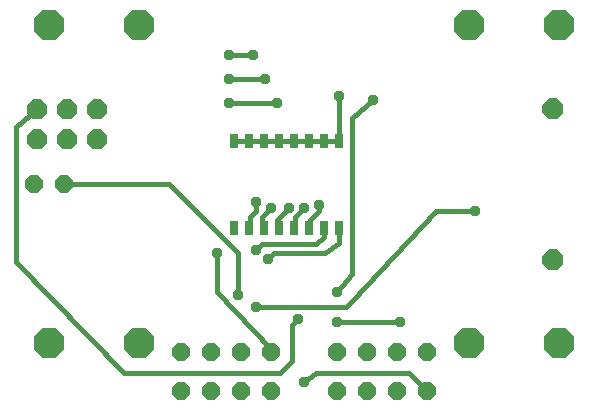
<source format=gbl>
G75*
%MOIN*%
%OFA0B0*%
%FSLAX25Y25*%
%IPPOS*%
%LPD*%
%AMOC8*
5,1,8,0,0,1.08239X$1,22.5*
%
%ADD10OC8,0.06000*%
%ADD11OC8,0.10050*%
%ADD12OC8,0.06600*%
%ADD13OC8,0.07000*%
%ADD14R,0.03000X0.05000*%
%ADD15C,0.01600*%
%ADD16OC8,0.03562*%
%ADD17C,0.01200*%
D10*
X0061800Y0013800D03*
X0071800Y0013800D03*
X0081800Y0013800D03*
X0091800Y0013800D03*
X0091800Y0026800D03*
X0081800Y0026800D03*
X0071800Y0026800D03*
X0061800Y0026800D03*
X0113800Y0026800D03*
X0123800Y0026800D03*
X0133800Y0026800D03*
X0143800Y0026800D03*
X0143800Y0013800D03*
X0133800Y0013800D03*
X0123800Y0013800D03*
X0113800Y0013800D03*
X0022800Y0082800D03*
X0012800Y0082800D03*
D11*
X0017800Y0029800D03*
X0047800Y0029800D03*
X0157800Y0029800D03*
X0187800Y0029800D03*
X0187800Y0135800D03*
X0157800Y0135800D03*
X0047800Y0135800D03*
X0017800Y0135800D03*
D12*
X0013800Y0107800D03*
X0013800Y0097800D03*
X0023800Y0097800D03*
X0023800Y0107800D03*
X0033800Y0107800D03*
X0033800Y0097800D03*
D13*
X0185800Y0107997D03*
X0185800Y0057603D03*
D14*
X0114300Y0068233D03*
X0109300Y0068233D03*
X0104300Y0068233D03*
X0099300Y0068233D03*
X0094300Y0068233D03*
X0089300Y0068233D03*
X0084300Y0068233D03*
X0079300Y0068233D03*
X0079300Y0097367D03*
X0084300Y0097367D03*
X0089300Y0097367D03*
X0094300Y0097367D03*
X0099300Y0097367D03*
X0104300Y0097367D03*
X0109300Y0097367D03*
X0114300Y0097367D03*
D15*
X0114300Y0112300D01*
X0118800Y0104800D02*
X0125800Y0110800D01*
X0118800Y0104800D02*
X0118800Y0052800D01*
X0113800Y0046800D01*
X0116800Y0041800D02*
X0118800Y0043800D01*
X0146800Y0073800D01*
X0159800Y0073800D01*
X0134800Y0036800D02*
X0113800Y0036800D01*
X0116800Y0041800D02*
X0086800Y0041800D01*
X0080800Y0045800D02*
X0080800Y0059800D01*
X0057800Y0082800D01*
X0022800Y0082800D01*
X0006800Y0101800D02*
X0013800Y0107800D01*
X0006800Y0101800D02*
X0006800Y0056800D01*
X0042800Y0019800D01*
X0094800Y0019800D01*
X0098800Y0023800D01*
X0098800Y0035800D01*
X0100800Y0037800D01*
X0091800Y0027800D02*
X0073800Y0046800D01*
X0073800Y0059800D01*
X0084800Y0068733D02*
X0084800Y0071800D01*
X0086800Y0073800D01*
X0086800Y0076800D01*
X0091800Y0074800D02*
X0088800Y0071800D01*
X0088800Y0068733D01*
X0093800Y0068733D02*
X0093800Y0070800D01*
X0097800Y0074800D01*
X0099800Y0071800D02*
X0102800Y0074800D01*
X0099800Y0071800D02*
X0099800Y0068733D01*
X0104800Y0068733D02*
X0104800Y0070800D01*
X0107800Y0073800D01*
X0107800Y0075800D01*
X0109300Y0068233D02*
X0109300Y0065300D01*
X0106800Y0062800D01*
X0088800Y0062800D01*
X0086800Y0060800D01*
X0090800Y0057800D02*
X0092800Y0059800D01*
X0109800Y0059800D01*
X0114300Y0063300D01*
X0114300Y0068233D01*
X0114300Y0097367D02*
X0109300Y0097367D01*
X0104300Y0097367D01*
X0099300Y0097367D01*
X0094300Y0097367D01*
X0089300Y0097367D01*
X0084300Y0097367D01*
X0079300Y0097367D01*
X0077800Y0109800D02*
X0093800Y0109800D01*
X0089800Y0117800D02*
X0077800Y0117800D01*
X0077800Y0125800D02*
X0085800Y0125800D01*
X0091800Y0027800D02*
X0091800Y0026800D01*
X0102800Y0016800D02*
X0106800Y0019800D01*
X0137800Y0019800D01*
X0143800Y0013800D01*
D16*
X0134800Y0036800D03*
X0113800Y0036800D03*
X0113800Y0046800D03*
X0100800Y0037800D03*
X0086800Y0041800D03*
X0080800Y0045800D03*
X0090800Y0057800D03*
X0086800Y0060800D03*
X0073800Y0059800D03*
X0091800Y0074800D03*
X0086800Y0076800D03*
X0097800Y0074800D03*
X0102800Y0074800D03*
X0107800Y0075800D03*
X0093800Y0109800D03*
X0089800Y0117800D03*
X0085800Y0125800D03*
X0077800Y0125800D03*
X0077800Y0117800D03*
X0077800Y0109800D03*
X0114300Y0112300D03*
X0125800Y0110800D03*
X0159800Y0073800D03*
X0102800Y0016800D03*
D17*
X0104300Y0068233D02*
X0104800Y0068733D01*
X0099800Y0068733D02*
X0099300Y0068233D01*
X0094300Y0068233D02*
X0093800Y0068733D01*
X0089300Y0068233D02*
X0088800Y0068733D01*
X0084800Y0068733D02*
X0084300Y0068233D01*
M02*

</source>
